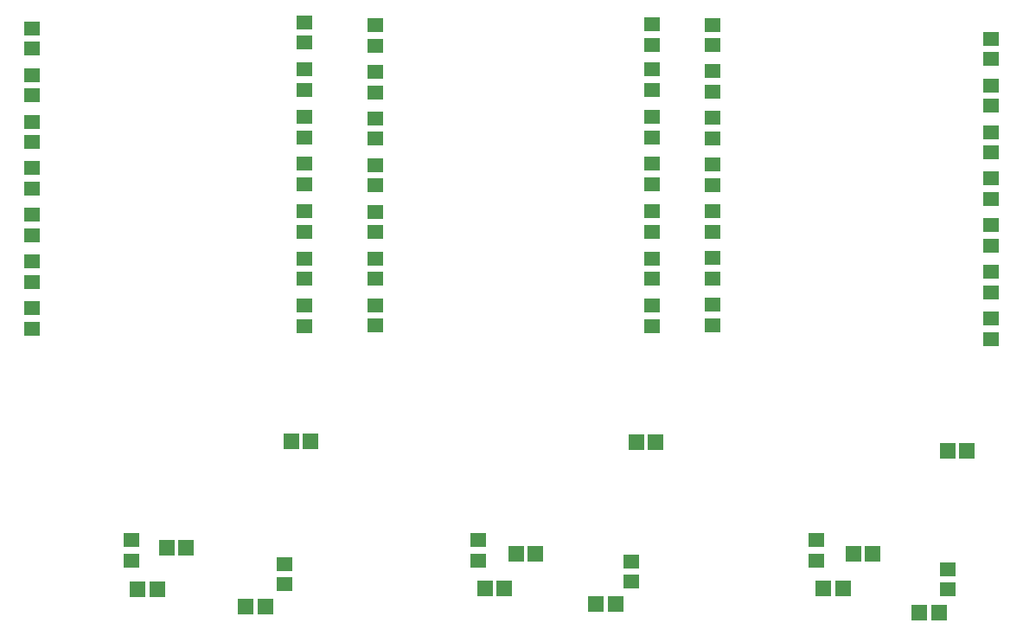
<source format=gtp>
G04 Layer_Color=8421504*
%FSLAX25Y25*%
%MOIN*%
G70*
G01*
G75*
%ADD10R,0.05905X0.05512*%
%ADD11R,0.05905X0.06299*%
D10*
X358300Y158437D02*
D03*
Y150563D02*
D03*
X236300Y161337D02*
D03*
Y153463D02*
D03*
X102700Y160437D02*
D03*
Y152563D02*
D03*
X374876Y354832D02*
D03*
Y362706D02*
D03*
Y336860D02*
D03*
Y344734D02*
D03*
Y318887D02*
D03*
Y326761D02*
D03*
Y300915D02*
D03*
Y308789D02*
D03*
Y282943D02*
D03*
Y290817D02*
D03*
Y264970D02*
D03*
Y272844D02*
D03*
Y246998D02*
D03*
Y254872D02*
D03*
X5300Y358826D02*
D03*
Y366700D02*
D03*
Y340854D02*
D03*
Y348728D02*
D03*
Y322881D02*
D03*
Y330755D02*
D03*
Y304909D02*
D03*
Y312783D02*
D03*
Y286936D02*
D03*
Y294810D02*
D03*
Y268964D02*
D03*
Y276838D02*
D03*
Y250991D02*
D03*
Y258865D02*
D03*
X267776Y360232D02*
D03*
Y368106D02*
D03*
Y342260D02*
D03*
Y350134D02*
D03*
Y324287D02*
D03*
Y332161D02*
D03*
Y306315D02*
D03*
Y314189D02*
D03*
Y288342D02*
D03*
Y296217D02*
D03*
Y270370D02*
D03*
Y278244D02*
D03*
Y252398D02*
D03*
Y260272D02*
D03*
X137500Y360063D02*
D03*
Y367937D02*
D03*
Y342091D02*
D03*
Y349965D02*
D03*
Y324118D02*
D03*
Y331992D02*
D03*
Y270201D02*
D03*
Y278075D02*
D03*
Y252228D02*
D03*
Y260102D02*
D03*
Y288173D02*
D03*
Y296047D02*
D03*
Y306146D02*
D03*
Y314020D02*
D03*
X307772Y161713D02*
D03*
Y169587D02*
D03*
X177358Y161713D02*
D03*
Y169587D02*
D03*
X43598Y161614D02*
D03*
Y169488D02*
D03*
X110134Y259941D02*
D03*
Y252067D02*
D03*
Y278110D02*
D03*
Y270236D02*
D03*
Y296280D02*
D03*
Y288405D02*
D03*
Y314449D02*
D03*
Y306575D02*
D03*
Y332618D02*
D03*
Y324744D02*
D03*
Y350787D02*
D03*
Y342913D02*
D03*
X244386Y259941D02*
D03*
Y252067D02*
D03*
Y278110D02*
D03*
Y270236D02*
D03*
Y296280D02*
D03*
Y288405D02*
D03*
Y314449D02*
D03*
Y306575D02*
D03*
Y332618D02*
D03*
Y324744D02*
D03*
Y350787D02*
D03*
Y342913D02*
D03*
X110232Y368996D02*
D03*
Y361122D02*
D03*
X244271Y368284D02*
D03*
Y360410D02*
D03*
D11*
X230240Y144900D02*
D03*
X222760D02*
D03*
X354840Y141600D02*
D03*
X347360D02*
D03*
X95140Y144000D02*
D03*
X87660D02*
D03*
X358220Y204100D02*
D03*
X365700D02*
D03*
X238260Y207300D02*
D03*
X245740D02*
D03*
X105260Y207500D02*
D03*
X112740D02*
D03*
X321860Y164300D02*
D03*
X329340D02*
D03*
X310429Y150787D02*
D03*
X317909D02*
D03*
X57260Y166600D02*
D03*
X64740D02*
D03*
X179917Y150787D02*
D03*
X187398D02*
D03*
X191960Y164300D02*
D03*
X199440D02*
D03*
X46059Y150689D02*
D03*
X53539D02*
D03*
M02*

</source>
